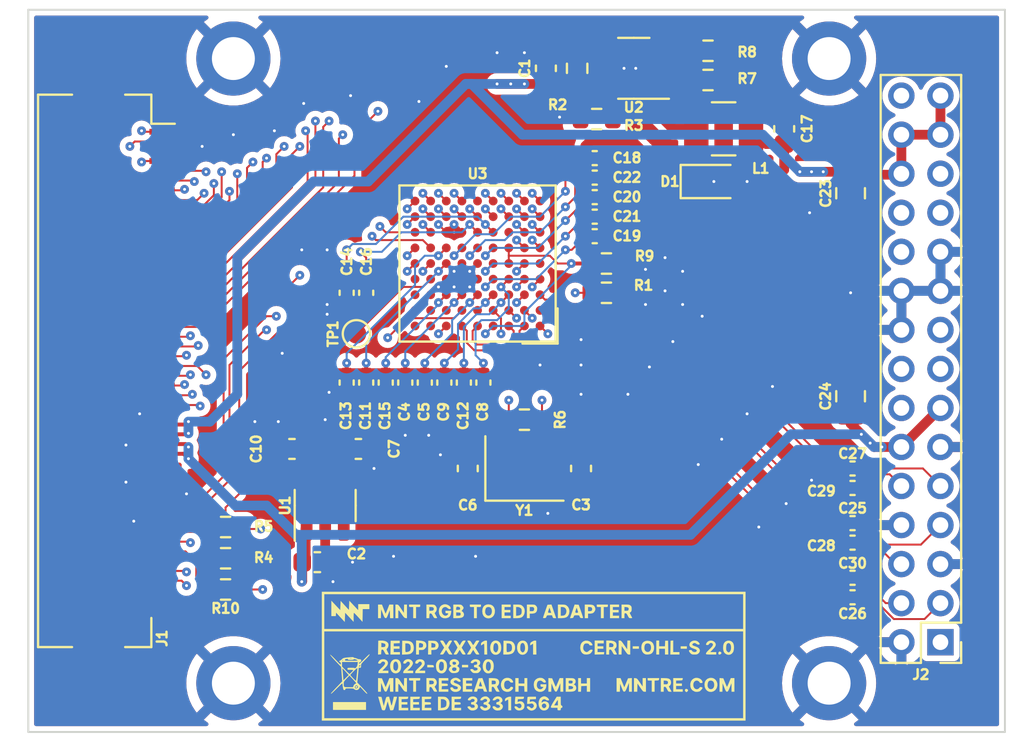
<source format=kicad_pcb>
(kicad_pcb (version 20211014) (generator pcbnew)
  (layers (0 "F.Cu" signal) (1 "In1.Cu" signal) (2 "In2.Cu" signal) (31 "B.Cu" signal) (34 "B.Paste" user) (35 "F.Paste" user) (36 "B.SilkS" user "B.Silkscreen") (37 "F.SilkS" user "F.Silkscreen") (38 "B.Mask" user) (39 "F.Mask" user) (44 "Edge.Cuts" user))
  (net 0 "")
  (net 1 "+5V")
  (net 2 "GND")
  (net 3 "+3V3")
  (net 4 "Net-(C3-Pad1)")
  (net 5 "+2V5")
  (net 6 "Net-(C6-Pad1)")
  (net 7 "Net-(C7-Pad2)")
  (net 8 "+1V2")
  (net 9 "Net-(D1-Pad1)")
  (net 10 "DISP2_HS")
  (net 11 "DISP2_VS")
  (net 12 "DISP2_REFCLK")
  (net 13 "DISP2_DE")
  (net 14 "DISP2_PCLK")
  (net 15 "DISP2_RGB0")
  (net 16 "DISP2_RGB1")
  (net 17 "DISP2_RGB2")
  (net 18 "DISP2_RGB3")
  (net 19 "DISP2_RGB4")
  (net 20 "DISP2_RGB5")
  (net 21 "DISP2_RGB6")
  (net 22 "DISP2_RGB7")
  (net 23 "DISP2_RGB8")
  (net 24 "DISP2_RGB9")
  (net 25 "DISP2_RGB10")
  (net 26 "DISP2_RGB11")
  (net 27 "DISP2_RGB12")
  (net 28 "DISP2_RGB13")
  (net 29 "DISP2_RGB14")
  (net 30 "DISP2_RGB15")
  (net 31 "DISP2_RGB16")
  (net 32 "DISP2_RGB17")
  (net 33 "DISP2_RGB18")
  (net 34 "DISP2_RGB19")
  (net 35 "DISP2_RGB20")
  (net 36 "DISP2_RGB21")
  (net 37 "DISP2_RGB22")
  (net 38 "DISP2_RGB23")
  (net 39 "+1V8")
  (net 41 "DISP2_SCL")
  (net 42 "DISP2_SDA")
  (net 43 "DISP2_GPIO0")
  (net 44 "DISP2_GPIO1")
  (net 45 "DISP2_GPIO2")
  (net 46 "DISP2_GPIO3")
  (net 47 "DISP2_GPIO4")
  (net 48 "DISP2_GPIO5")
  (net 50 "EDP_TX1_DN")
  (net 51 "EDP_TX1_DP")
  (net 52 "EDP_TX0_DN")
  (net 53 "EDP_TX0_DP")
  (net 54 "EDP_AUX_DP")
  (net 55 "EDP_AUX_DN")
  (net 56 "/EDP_LCD_TEST")
  (net 62 "Net-(R1-Pad1)")
  (net 63 "Net-(R2-Pad2)")
  (net 64 "Net-(R4-Pad2)")
  (net 65 "Net-(R5-Pad2)")
  (net 66 "Net-(R7-Pad2)")
  (net 67 "Net-(R9-Pad1)")
  (net 68 "Net-(TP1-Pad1)")
  (net 81 "/EDP_TX0_CAP_DP")
  (net 82 "/EDP_TX1_CAP_DN")
  (net 83 "/EDP_AUX_CAP_DP")
  (net 84 "/EDP_TX0_CAP_DN")
  (net 85 "/EDP_AUX_CAP_DN")
  (net 86 "/EDP_TX1_CAP_DP")
  (net 87 "/EDP_HPD")
  (footprint "Capacitor_SMD:C_0402_1005Metric" (layer "F.Cu") (at 117.3 101.6 -90)
    (fp_text reference "C13")
    (fp_text value "0.1uF")
  )
  (footprint "Capacitor_SMD:C_0402_1005Metric" (layer "F.Cu") (at 130 92.1)
    (fp_text reference "C20")
    (fp_text value "0.1uF")
  )
  (footprint "Capacitor_SMD:C_0603_1608Metric" (layer "F.Cu") (at 114.5 105)
    (fp_text reference "C10")
    (fp_text value "4.7uF")
  )
  (footprint "MountingHole:MountingHole_2.2mm_M2_DIN965_Pad" (layer "F.Cu") (at 142 85)
    (fp_text reference "H3" hide)
    (fp_text value "MountingHole_Pad")
  )
  (footprint "Capacitor_SMD:C_0603_1608Metric" (layer "F.Cu") (at 115.8 110.8 180)
    (fp_text reference "C2")
    (fp_text value "4.7uF")
  )
  (footprint "Capacitor_SMD:C_0402_1005Metric" (layer "F.Cu") (at 143.2 108.8)
    (fp_text reference "C25")
    (fp_text value "0.1uF")
  )
  (footprint "Capacitor_SMD:C_0402_1005Metric" (layer "F.Cu") (at 143.2 109.8 180)
    (fp_text reference "C28")
    (fp_text value "0.1uF")
  )
  (footprint "Connector_PinHeader_2.00mm:PinHeader_2x15_P2.00mm_Vertical" (layer "F.Cu") (at 147.7 114.9 180)
    (fp_text reference "J2")
    (fp_text value "~")
  )
  (footprint "Capacitor_SMD:C_0402_1005Metric" (layer "F.Cu") (at 143.2 107 180)
    (fp_text reference "C29")
    (fp_text value "0.1uF")
  )
  (footprint "Capacitor_SMD:C_0402_1005Metric" (layer "F.Cu") (at 122.3 101.6 -90)
    (fp_text reference "C9")
    (fp_text value "0.1uF")
  )
  (footprint "Capacitor_SMD:C_0402_1005Metric" (layer "F.Cu") (at 143.2 112.6)
    (fp_text reference "C26")
    (fp_text value "0.1uF")
  )
  (footprint "Capacitor_SMD:C_0402_1005Metric" (layer "F.Cu") (at 130 93.1)
    (fp_text reference "C21")
    (fp_text value "0.1uF")
  )
  (footprint "Capacitor_SMD:C_0603_1608Metric" (layer "F.Cu") (at 139.7 88.6 90)
    (fp_text reference "C17")
    (fp_text value "10uF")
  )
  (footprint "footprints:BGA-ANX-81" (layer "F.Cu") (at 124 95.5 180)
    (fp_text reference "U3")
    (fp_text value "ANX9807")
  )
  (footprint "Capacitor_SMD:C_0603_1608Metric" (layer "F.Cu") (at 129.3 106 -90)
    (fp_text reference "C3")
    (fp_text value "18pF")
  )
  (footprint "Capacitor_SMD:C_0402_1005Metric" (layer "F.Cu") (at 123.3 101.6 -90)
    (fp_text reference "C12")
    (fp_text value "0.1uF")
  )
  (footprint "Resistor_SMD:R_0603_1608Metric" (layer "F.Cu") (at 130.6 95.5)
    (fp_text reference "R9")
    (fp_text value "0")
  )
  (footprint "Capacitor_SMD:C_0402_1005Metric" (layer "F.Cu") (at 130 91.1)
    (fp_text reference "C22")
    (fp_text value "0.1uF")
  )
  (footprint "Resistor_SMD:R_0603_1608Metric" (layer "F.Cu") (at 111.1 109)
    (fp_text reference "R5")
    (fp_text value "0")
  )
  (footprint "TestPoint:TestPoint_Pad_D1.0mm" (layer "F.Cu") (at 117.8 99.1)
    (fp_text reference "TP1")
    (fp_text value "TestPoint")
  )
  (footprint "Diode_SMD:D_SOD-323" (layer "F.Cu") (at 135.9 91.3)
    (fp_text reference "D1")
    (fp_text value "PMEG1020EA,115")
  )
  (footprint "Capacitor_SMD:C_0402_1005Metric" (layer "F.Cu") (at 130 94.1)
    (fp_text reference "C19")
    (fp_text value "0.1uF")
  )
  (footprint "Capacitor_SMD:C_0805_2012Metric" (layer "F.Cu") (at 143.1 102.3 90)
    (fp_text reference "C24")
    (fp_text value "47uF")
  )
  (footprint "Resistor_SMD:R_0603_1608Metric" (layer "F.Cu") (at 111.1 112.2)
    (fp_text reference "R10")
    (fp_text value "0")
  )
  (footprint "Capacitor_SMD:C_0402_1005Metric" (layer "F.Cu") (at 143.2 106)
    (fp_text reference "C27")
    (fp_text value "0.1uF")
  )
  (footprint "Capacitor_SMD:C_0603_1608Metric" (layer "F.Cu") (at 123.5 106 90)
    (fp_text reference "C6")
    (fp_text value "18pF")
  )
  (footprint "Capacitor_SMD:C_0402_1005Metric" (layer "F.Cu") (at 118.3 101.6 -90)
    (fp_text reference "C11")
    (fp_text value "0.1uF")
  )
  (footprint "Capacitor_SMD:C_0402_1005Metric" (layer "F.Cu") (at 130 90.1)
    (fp_text reference "C18")
    (fp_text value "0.1uF")
  )
  (footprint "Capacitor_SMD:C_0402_1005Metric" (layer "F.Cu") (at 121.3 101.6 -90)
    (fp_text reference "C5")
    (fp_text value "0.1uF")
  )
  (footprint "Resistor_SMD:R_0603_1608Metric" (layer "F.Cu") (at 135.8 86.1 180)
    (fp_text reference "R7")
    (fp_text value "???")
  )
  (footprint "MountingHole:MountingHole_2.2mm_M2_DIN965_Pad" (layer "F.Cu") (at 111.5 117)
    (fp_text reference "H2" hide)
    (fp_text value "MountingHole_Pad")
  )
  (footprint "Resistor_SMD:R_0603_1608Metric" (layer "F.Cu") (at 129.1 85.5 -90)
    (fp_text reference "R2")
    (fp_text value "0")
  )
  (footprint "Resistor_SMD:R_0603_1608Metric" (layer "F.Cu") (at 135.8 84.6)
    (fp_text reference "R8")
    (fp_text value "10k")
  )
  (footprint "Capacitor_SMD:C_0402_1005Metric" (layer "F.Cu") (at 120.3 101.6 -90)
    (fp_text reference "C4")
    (fp_text value "0.1uF")
  )
  (footprint "Connector_FFC-FPC:Hirose_FH12-50S-0.5SH_1x50-1MP_P0.50mm_Horizontal" (layer "F.Cu") (at 106 101 -90)
    (fp_text reference "J1")
    (fp_text value "Conn_01x50")
  )
  (footprint "MountingHole:MountingHole_2.2mm_M2_DIN965_Pad" (layer "F.Cu") (at 111.5 85)
    (fp_text reference "H1" hide)
    (fp_text value "MountingHole_Pad")
  )
  (footprint "Resistor_SMD:R_0603_1608Metric" (layer "F.Cu") (at 130.1 88.1 180)
    (fp_text reference "R3")
    (fp_text value "100k")
  )
  (footprint "Crystal:Crystal_SMD_3225-4Pin_3.2x2.5mm" (layer "F.Cu") (at 126.4 106)
    (fp_text reference "Y1")
    (fp_text value "27MHz")
  )
  (footprint "Package_TO_SOT_SMD:SOT-23-5" (layer "F.Cu") (at 132 85.5 180)
    (fp_text reference "U2")
    (fp_text value "LM2830XQMFE/NOPB")
  )
  (footprint "Resistor_SMD:R_0603_1608Metric" (layer "F.Cu") (at 126.4 103.5 180)
    (fp_text reference "R6")
    (fp_text value "1M")
  )
  (footprint "Capacitor_SMD:C_0603_1608Metric" (layer "F.Cu") (at 127.5 85.5 90)
    (fp_text reference "C1")
    (fp_text value "10uF")
  )
  (footprint "Capacitor_SMD:C_0805_2012Metric" (layer "F.Cu") (at 143.1 91.9 -90)
    (fp_text reference "C23")
    (fp_text value "47uF")
  )
  (footprint "Resistor_SMD:R_0603_1608Metric" (layer "F.Cu") (at 130.6 97)
    (fp_text reference "R1")
    (fp_text value "12k 1%")
  )
  (footprint "Capacitor_SMD:C_0402_1005Metric" (layer "F.Cu") (at 124.3 101.6 -90)
    (fp_text reference "C8")
    (fp_text value "0.1uF")
  )
  (footprint "Capacitor_SMD:C_0402_1005Metric" (layer "F.Cu") (at 119.3 101.6 -90)
    (fp_text reference "C15")
    (fp_text value "0.1uF")
  )
  (footprint "Capacitor_SMD:C_0402_1005Metric" (layer "F.Cu") (at 143.2 111.6 180)
    (fp_text reference "C30")
    (fp_text value "0.1uF")
  )
  (footprint "MountingHole:MountingHole_2.2mm_M2_DIN965_Pad" (layer "F.Cu") (at 142 117)
    (fp_text reference "H4" hide)
    (fp_text value "MountingHole_Pad")
  )
  (footprint "Capacitor_SMD:C_0603_1608Metric" (layer "F.Cu") (at 117.9 105 180)
    (fp_text reference "C7")
    (fp_text value "10nF")
  )
  (footprint "Inductor_SMD:L_1210_3225Metric" (layer "F.Cu") (at 136.6 88.6)
    (fp_text reference "L1")
    (fp_text value "3.3uH")
  )
  (footprint "Capacitor_SMD:C_0402_1005Metric" (layer "F.Cu") (at 118.3 97 -90)
    (fp_text reference "C16")
    (fp_text value "0.1uF")
  )
  (footprint "Package_TO_SOT_SMD:SOT-23-5" (layer "F.Cu") (at 116.2 107.9 90)
    (fp_text reference "U1")
    (fp_text value "LP2985A-25DBVT")
  )
  (footprint "Capacitor_SMD:C_0402_1005Metric" (layer "F.Cu") (at 117.3 97 -90)
    (fp_text reference "C14")
    (fp_text value "0.1uF")
  )
  (footprint "footprints:mnt-rgb-edp-badge" (layer "F.Cu") (at 126.864777 115.617666)
    (fp_text reference "H5" hide)
    (fp_text value "Badge" hide)
  )
  (footprint "Resistor_SMD:R_0603_1608Metric" (layer "F.Cu") (at 111.1 110.6)
    (fp_text reference "R4")
    (fp_text value "0")
  )
  (gr_line (start 151 82.5) (end 151 119.5) (layer "Edge.Cuts") (width 0.1))
  (gr_line (start 101 119.5) (end 101 82.5) (layer "Edge.Cuts") (width 0.1))
  (gr_line (start 151 119.5) (end 101 119.5) (layer "Edge.Cuts") (width 0.1))
  (gr_line (start 101 82.5) (end 151 82.5) (layer "Edge.Cuts") (width 0.1))
  (segment (start 127.5 86.275) (end 129.1 84.675) (width 0.5) (layer "F.Cu") (net 1))
  (segment (start 125 86.3) (end 125.7 86.3) (width 0.5) (layer "F.Cu") (net 1))
  (segment (start 143.1 90.95) (end 145.65 90.95) (width 0.5) (layer "F.Cu") (net 1))
  (segment (start 140.5 90.8) (end 142.95 90.8) (width 0.5) (layer "F.Cu") (net 1))
  (segment (start 126.4 86.3) (end 127.475 86.3) (width 0.5) (layer "F.Cu") (net 1))
  (segment (start 145.65 90.95) (end 145.7 90.9) (width 0.5) (layer "F.Cu") (net 1))
  (segment (start 147.7 88.9) (end 147.7 86.9) (width 0.5) (layer "F.Cu") (net 1))
  (segment (start 109.15 104.25) (end 109.2 104.2) (width 0.2) (layer "F.Cu") (net 1))
  (segment (start 141.1 90.8) (end 140.5 90.8) (width 0.5) (layer "F.Cu") (net 1))
  (segment (start 107.85 104.25) (end 109.15 104.25) (width 0.2) (layer "F.Cu") (net 1))
  (segment (start 145.7 88.9) (end 147.7 88.9) (width 0.5) (layer "F.Cu") (net 1))
  (segment (start 142.95 90.8) (end 143.1 90.95) (width 0.5) (layer "F.Cu") (net 1))
  (segment (start 145.7 90.9) (end 145.7 88.9) (width 0.5) (layer "F.Cu") (net 1))
  (segment (start 125.7 86.3) (end 126.4 86.3) (width 0.5) (layer "F.Cu") (net 1))
  (segment (start 109.05 103.75) (end 109.2 103.6) (width 0.2) (layer "F.Cu") (net 1))
  (segment (start 127.475 86.3) (end 127.5 86.275) (width 0.5) (layer "F.Cu") (net 1))
  (segment (start 107.85 103.75) (end 109.05 103.75) (width 0.2) (layer "F.Cu") (net 1))
  (via (at 141.7 90.8) (size 0.45) (drill 0.15) (layers "F.Cu" "B.Cu") (net 1))
  (via (at 109.2 104.2) (size 0.45) (drill 0.15) (layers "F.Cu" "B.Cu") (net 1))
  (via (at 125.7 86.3) (size 0.45) (drill 0.15) (layers "F.Cu" "B.Cu") (net 1))
  (via (at 109.2 103.6) (size 0.45) (drill 0.15) (layers "F.Cu" "B.Cu") (net 1))
  (via (at 126.4 86.3) (size 0.45) (drill 0.15) (layers "F.Cu" "B.Cu") (net 1))
  (via (at 140.5 90.8) (size 0.45) (drill 0.15) (layers "F.Cu" "B.Cu") (net 1))
  (via (at 125 86.3) (size 0.45) (drill 0.15) (layers "F.Cu" "B.Cu") (net 1))
  (via (at 141.1 90.8) (size 0.45) (drill 0.15) (layers "F.Cu" "B.Cu") (net 1))
  (segment (start 123.7 86.3) (end 125.4 88) (width 0.5) (layer "B.Cu") (net 1))
  (segment (start 125.4 88) (end 126.3 88.9) (width 0.5) (layer "B.Cu") (net 1))
  (segment (start 111.7 95.2) (end 111.7 102.2) (width 0.5) (layer "B.Cu") (net 1))
  (segment (start 138.6 88.9) (end 140.5 90.8) (width 0.5) (layer "B.Cu") (net 1))
  (segment (start 141.7 90.8) (end 140.5 90.8) (width 0.5) (layer "B.Cu") (net 1))
  (segment (start 118.4 91.3) (end 115.6 91.3) (width 0.5) (layer "B.Cu") (net 1))
  (segment (start 126.3 88.9) (end 138.3 88.9) (width 0.5) (layer "B.Cu") (net 1))
  (segment (start 115.6 91.3) (end 111.7 95.2) (width 0.5) (layer "B.Cu") (net 1))
  (segment (start 110.3 103.6) (end 109.2 103.6) (width 0.5) (layer "B.Cu") (net 1))
  (segment (start 123.4 86.3) (end 123.7 86.3) (width 0.5) (layer "B.Cu") (net 1))
  (segment (start 138.3 88.9) (end 138.6 88.9) (width 0.5) (layer "B.Cu") (net 1))
  (segment (start 111.7 102.2) (end 110.3 103.6) (width 0.5) (layer "B.Cu") (net 1))
  (segment (start 123.4 86.3) (end 118.4 91.3) (width 0.5) (layer "B.Cu") (net 1))
  (segment (start 126.4 86.3) (end 123.4 86.3) (width 0.5) (layer "B.Cu") (net 1))
  (segment (start 109.2 104.2) (end 109.2 103.6) (width 0.5) (layer "B.Cu") (net 1))
  (segment (start 116.42 97.48) (end 116.3 97.6) (width 0.5) (layer "F.Cu") (net 2))
  (segment (start 117.3 97.48) (end 116.42 97.48) (width 0.5) (layer "F.Cu") (net 2))
  (segment (start 116.4 102.1) (end 116.42 102.08) (width 0.5) (layer "F.Cu") (net 2))
  (segment (start 136.95 91.3) (end 137.8 91.3) (width 0.5) (layer "F.Cu") (net 2))
  (segment (start 127.5 84.725) (end 126.425 84.725) (width 0.5) (layer "F.Cu") (net 2))
  (segment (start 136.95 91.3) (end 136.1 91.3) (width 0.5) (layer "F.Cu") (net 2))
  (segment (start 117.3 102.08) (end 124.3 102.08) (width 0.5) (layer "F.Cu") (net 2))
  (segment (start 107.85 103.25) (end 106.75 103.25) (width 0.1) (layer "F.Cu") (net 2))
  (segment (start 106.75 103.25) (end 106.7 103.2) (width 0.1) (layer "F.Cu") (net 2))
  (segment (start 106 106.7) (end 106.05 106.75) (width 0.1) (layer "F.Cu") (net 2))
  (segment (start 116.575 110.8) (end 117.6 110.8) (width 0.5) (layer "F.Cu") (net 2))
  (segment (start 106.05 106.75) (end 107.85 106.75) (width 0.1) (layer "F.Cu") (net 2))
  (segment (start 129.275 88.1) (end 128.3 88.1) (width 0.5) (layer "F.Cu") (net 2))
  (segment (start 123.2 95.5) (end 122.8 95.9) (width 0.1) (layer "F.Cu") (net 2))
  (segment (start 116.575 111.775) (end 116.6 111.8) (width 0.5) (layer "F.Cu") (net 2))
  (segment (start 123.2 96.3) (end 122.8 96.7) (width 0.1) (layer "F.Cu") (net 2))
  (segment (start 107.85 107.25) (end 109.05 107.25) (width 0.1) (layer "F.Cu") (net 2))
  (segment (start 123.2 93.9) (end 122.8 93.5) (width 0.1) (layer "F.Cu") (net 2))
  (segment (start 130.48 94.1) (end 130.48 90.1) (width 0.5) (layer "F.Cu") (net 2))
  (segment (start 122.4 93.9) (end 122 93.5) (width 0.1) (layer "F.Cu") (net 2))
  (segment (start 116.42 102.08) (end 117.3 102.08) (width 0.5) (layer "F.Cu") (net 2))
  (segment (start 118.3 97.48) (end 117.3 97.48) (width 0.5) (layer "F.Cu") (net 2))
  (segment (start 124 96.3) (end 123.6 96.7) (width 0.1) (layer "F.Cu") (net 2))
  (segment (start 116.2 109.0375) (end 116.2 110.425) (width 0.5) (layer "F.Cu") (net 2))
  (segment (start 116.575 110.8) (end 116.575 111.775) (width 0.5) (layer "F.Cu") (net 2))
  (segment (start 109.05 107.25) (end 109.1 107.3) (width 0.1) (layer "F.Cu") (net 2))
  (segment (start 124 95.5) (end 123.6 95.9) (width 0.1) (layer "F.Cu") (net 2))
  (segment (start 118.675 105.975) (end 118.7 106) (width 0.5) (layer "F.Cu") (net 2))
  (segment (start 128.3 88.1) (end 128.2 88) (width 0.5) (layer "F.Cu") (net 2))
  (segment (start 116.2 110.425) (end 116.575 110.8) (width 0.5) (layer "F.Cu") (net 2))
  (segment (start 126.425 84.725) (end 126.4 84.7) (width 0.5) (layer "F.Cu") (net 2))
  (segment (start 118.675 105) (end 118.675 105.975) (width 0.5) (layer "F.Cu") (net 2))
  (segment (start 133.1375 85.5) (end 132.1 85.5) (width 0.5) (layer "F.Cu") (net 2))
  (segment (start 122.4 96.3) (end 122 96.7) (width 0.1) (layer "F.Cu") (net 2))
  (via (at 116.3 94.8) (size 0.45) (drill 0.15) (layers "F.Cu" "B.Cu") (net 2))
  (via (at 123.6 96.7) (size 0.45) (drill 0.15) (layers "F.Cu" "B.Cu") (net 2))
  (via (at 106 104.8) (size 0.45) (drill 0.15) (layers "F.Cu" "B.Cu") (net 2))
  (via (at 122.8 93.5) (size 0.45) (drill 0.15) (layers "F.Cu" "B.Cu") (net 2))
  (via (at 116.3 97.6) (size 0.45) (drill 0.15) (layers "F.Cu" "B.Cu") (net 2))
  (via (at 139.1 101.8) (size 0.45) (drill 0.15) (layers "F.Cu" "B.Cu") (net 2))
  (via (at 122.8 95.9) (size 0.45) (drill 0.15) (layers "F.Cu" "B.Cu") (net 2))
  (via (at 139.8 107.8) (size 0.45) (drill 0.15) (layers "F.Cu" "B.Cu") (net 2))
  (via (at 116.6 111.8) (size 0.45) (drill 0.15) (layers "F.Cu" "B.Cu") (net 2))
  (via (at 128.2 88) (size 0.45) (drill 0.15) (layers "F.Cu" "B.Cu") (net 2))
  (via (at 117.5 86.9) (size 0.45) (drill 0.15) (layers "F.Cu" "B.Cu") (net 2))
  (via (at 143.1 97) (size 0.45) (drill 0.15) (layers "F.Cu" "B.Cu") (net 2))
  (via (at 129.3 102.2) (size 0.45) (drill 0.15) (layers "F.Cu" "B.Cu") (net 2))
  (via (at 125 84.7) (size 0.45) (drill 0.15) (layers "F.Cu" "B.Cu") (net 2))
  (via (at 133.6 96.9) (size 0.45) (drill 0.15) (layers "F.Cu" "B.Cu") (net 2))
  (via (at 136.1 91.3) (size 0.45) (drill 0.15) (layers "F.Cu" "B.Cu") (net 2))
  (via (at 115 94.8) (size 0.45) (drill 0.15) (layers "F.Cu" "B.Cu") (net 2))
  (via (at 122 96.7) (size 0.45) (drill 0.15) (layers "F.Cu" "B.Cu") (net 2))
  (via (at 134.5 97.6) (size 0.45) (drill 0.15) (layers "F.Cu" "B.Cu") (net 2))
  (via (at 116.4 102.1) (size 0.45) (drill 0.15) (layers "F.Cu" "B.Cu") (net 2))
  (via (at 120.3 104.3) (size 0.45) (drill 0.15) (layers "F.Cu" "B.Cu") (net 2))
  (via (at 117.6 110.8) (size 0.45) (drill 0.15) (layers "F.Cu" "B.Cu") (net 2))
  (via (at 113.6 88.7) (size 0.45) (drill 0.15) (layers "F.Cu" "B.Cu") (net 2))
  (via (at 135.3 105.8) (size 0.45) (drill 0.15) (layers "F.Cu" "B.Cu") (net 2))
  (via (at 121 87.2) (size 0.45) (drill 0.15) (layers "F.Cu" "B.Cu") (net 2))
  (via (at 131.5 85.5) (size 0.45) (drill 0.15) (layers "F.Cu" "B.Cu") (net 2))
  (via (at 132.1 85.5) (size 0.45) (drill 0.15) (layers "F.Cu" "B.Cu") (net 2))
  (via (at 138.4 109) (size 0.45) (drill 0.15) (layers "F.Cu" "B.Cu") (net 2))
  (via (at 122 93.5) (size 0.45) (drill 0.15) (layers "F.Cu" "B.Cu") (net 2))
  (via (at 137.8 91.3) (size 0.45) (drill 0.15) (layers "F.Cu" "B.Cu") (net 2))
  (via (at 134 99.5) (size 0.45) (drill 0.15) (layers "F.Cu" "B.Cu") (net 2))
  (via (at 115.1 87.3) (size 0.45) (drill 0.15) (layers "F.Cu" "B.Cu") (net 2))
  (via (at 129.3 100.7) (size 0.45) (drill 0.15) (layers "F.Cu" "B.Cu") (net 2))
  (via (at 134.5 95.9) (size 0.45) (drill 0.15) (layers "F.Cu" "B.Cu") (net 2))
  (via (at 123.6 95.9) (size 0.45) (drill 0.15) (layers "F.Cu" "B.Cu") (net 2))
  (via (at 106.7 103.2) (size 0.45) (drill 0.15) (layers "F.Cu" "B.Cu") (net 2))
  (via (at 122.8 96.7) (size 0.45) (drill 0.15) (layers "F.Cu" "B.Cu") (net 2))
  (via (at 114 100.1) (size 0.45) (drill 0.15) (layers "F.Cu" "B.Cu") (net 2))
  (via (at 141 92.9) (size 0.45) (drill 0.15) (layers "F.Cu" "B.Cu") (net 2))
  (via (at 121.5 104.3) (size 0.45) (drill 0.15) (layers "F.Cu" "B.Cu") (net 2))
  (via (at 118.7 106) (size 0.45) (drill 0.15) (layers "F.Cu" "B.Cu") (net 2))
  (via (at 137.8 103.2) (size 0.45) (drill 0.15) (layers "F.Cu" "B.Cu") (net 2))
  (via (at 136.5 104.5) (size 0.45) (drill 0.15) (layers "F.Cu" "B.Cu") (net 2))
  (via (at 132.8 100.8) (size 0.45) (drill 0.15) (layers "F.Cu" "B.Cu") (net 2))
  (via (at 129.3 99.4) (size 0.45) (drill 0.15) (layers "F.Cu" "B.Cu") (net 2))
  (via (at 122.1 105.3) (size 0.45) (drill 0.15) (layers "F.Cu" "B.Cu") (net 2))
  (via (at 127.6 108.3) (size 0.45) (drill 0.15) (layers "F.Cu" "B.Cu") (net 2))
  (via (at 133.6 95.2) (size 0.45) (drill 0.15) (layers "F.Cu" "B.Cu") (net 2))
  (via (at 132.6 97.6) (size 0.45) (drill 0.15) (layers "F.Cu" "B.Cu") (net 2))
  (via (at 141.1 106.6) (size 0.45) (drill 0.15) (layers "F.Cu" "B.Cu") (net 2))
  (via (at 116.2 103.5) (size 0.45) (drill 0.15) (layers "F.Cu" "B.Cu") (net 2))
  (via (at 123.9 110.5) (size 0.45) (drill 0.15) (layers "F.Cu" "B.Cu") (net 2))
  (via (at 131.7 102.2) (size 0.45) (drill 0.15) (layers "F.Cu" "B.Cu") (net 2))
  (via (at 106.4 108.7) (size 0.45) (drill 0.15) (layers "F.Cu" "B.Cu") (net 2))
  (via (at 116.3 98.1) (size 0.45) (drill 0.15) (layers "F.Cu" "B.Cu") (net 2))
  (via (at 106 106.7) (size 0.45) (drill 0.15) (layers "F.Cu" "B.Cu") (net 2))
  (via (at 127.2 100.7) (size 0.45) (drill 0.15) (layers "F.Cu" "B.Cu") (net 2))
  (via (at 112.6 103.6) (size 0.45) (drill 0.15) (layers "F.Cu" "B.Cu") (net 2))
  (via (at 135.5 98.2) (size 0.45) (drill 0.15) (layers "F.Cu" "B.Cu") (net 2))
  (via (at 111.5 88.9) (size 0.45) (drill 0.15) (layers "F.Cu" "B.Cu") (net 2))
  (via (at 119.7 110.5) (size 0.45) (drill 0.15) (layers "F.Cu" "B.Cu") (net 2))
  (via (at 113.8 103.6) (size 0.45) (drill 0.15) (layers "F.Cu" "B.Cu") (net 2))
  (via (at 109.9 89.5) (size 0.45) (drill 0.15) (layers "F.Cu" "B.Cu") (net 2))
  (via (at 109.1 107.3) (size 0.45) (drill 0.15) (layers "F.Cu" "B.Cu") (net 2))
  (via (at 132.6 95.8) (size 0.45) (drill 0.15) (layers "F.Cu" "B.Cu") (net 2))
  (via (at 126.4 84.7) (size 0.45) (drill 0.15) (layers "F.Cu" "B.Cu") (net 2))
  (via (at 122.4 85.4) (size 0.45) (drill 0.15) (layers "F.Cu" "B.Cu") (net 2))
  (segment (start 132.1 85.5) (end 131.5 85.5) (width 0.5) (layer "B.Cu") (net 2))
  (segment (start 116.3 97.6) (end 116.3 98.1) (width 0.5) (layer "B.Cu") (net 2))
  (segment (start 116.3 102) (end 116.4 102.1) (width 0.5) (layer "B.Cu") (net 2))
  (segment (start 116.3 98.1) (end 116.3 102) (width 0.5) (layer "B.Cu") (net 2))
  (segment (start 115.25 109.0375) (end 115.25 108.25) (width 0.5) (layer "F.Cu") (net 3))
  (segment (start 109.2 105.5) (end 108.95 105.25) (width 0.2) (layer "F.Cu") (net 3))
  (segment (start 144.3 104.9) (end 144.7 104.9) (width 0.5) (layer "F.Cu") (net 3))
  (segment (start 115.2 109.0875) (end 115.25 109.0375) (width 0.5) (layer "F.Cu") (net 3))
  (segment (start 117.15 108.15) (end 117.15 109.0375) (width 0.5) (layer "F.Cu") (net 3))
  (segment (start 143.65 104.25) (end 144.1 104.7) (width 0.5) (layer "F.Cu") (net 3))
  (segment (start 115.025 111.775) (end 115 111.8) (width 0.5) (layer "F.Cu") (net 3))
  (segment (start 115.2 110.625) (end 115.2 109.0875) (width 0.5) (layer "F.Cu") (net 3))
  (segment (start 143.1 103.25) (end 143.1 103.7) (width 0.5) (layer "F.Cu") (net 3))
  (segment (start 115.025 110.8) (end 115.2 110.625) (width 0.5) (layer "F.Cu") (net 3))
  (segment (start 109.2 104.9) (end 109.05 104.75) (width 0.2) (layer "F.Cu") (net 3))
  (segment (start 109.05 104.75) (end 107.85 104.75) (width 0.2) (layer "F.Cu") (net 3))
  (segment (start 143.1 103.7) (end 143.65 104.25) (width 0.5) (layer "F.Cu") (net 3))
  (segment (start 145.7 104.9) (end 147.7 102.9) (width 0.5) (layer "F.Cu") (net 3))
  (segment (start 144.1 104.7) (end 144.3 104.9) (width 0.5) (layer "F.Cu") (net 3))
  (segment (start 115.6 107.9) (end 116.9 107.9) (width 0.5) (layer "F.Cu") (net 3))
  (segment (start 144.7 104.9) (end 145.7 104.9) (width 0.5) (layer "F.Cu") (net 3))
  (segment (start 115.025 110.8) (end 115.025 111.775) (width 0.5) (layer "F.Cu") (net 3))
  (segment (start 115.25 108.25) (end 115.6 107.9) (width 0.5) (layer "F.Cu") (net 3))
  (segment (start 108.95 105.25) (end 107.85 105.25) (width 0.2) (layer "F.Cu") (net 3))
  (segment (start 116.9 107.9) (end 117.15 108.15) (width 0.5) (layer "F.Cu") (net 3))
  (via (at 144.1 104.7) (size 0.45) (drill 0.15) (layers "F.Cu" "B.Cu") (net 3))
  (via (at 143.65 104.25) (size 0.45) (drill 0.15) (layers "F.Cu" "B.Cu") (net 3))
  (via (at 115 111.8) (size 0.45) (drill 0.15) (layers "F.Cu" "B.Cu") (net 3))
  (via (at 109.2 104.9) (size 0.45) (drill 0.15) (layers "F.Cu" "B.Cu") (net 3))
  (via (at 144.7 104.9) (size 0.45) (drill 0.15) (layers "F.Cu" "B.Cu") (net 3))
  (via (at 109.2 105.5) (size 0.45) (drill 0.15) (layers "F.Cu" "B.Cu") (net 3))
  (segment (start 114.75 109.45) (end 115 109.7) (width 0.5) (layer "B.Cu") (net 3))
  (segment (start 115 109.7) (end 115 111.8) (width 0.5) (layer "B.Cu") (net 3))
  (segment (start 134.9 109.4) (end 140.05 104.25) (width 0.5) (layer "B.Cu") (net 3))
  (segment (start 143.65 104.25) (end 144.1 104.7) (width 0.5) (layer "B.Cu") (net 3))
  (segment (start 144.1 104.7) (end 144.3 104.9) (width 0.5) (layer "B.Cu") (net 3))
  (segment (start 113.2 107.9) (end 114.75 109.45) (width 0.5) (layer "B.Cu") (net 3))
  (segment (start 144.3 104.9) (end 144.7 104.9) (width 0.5) (layer "B.Cu") (net 3))
  (segment (start 110.1 106.4) (end 111.6 107.9) (width 0.5) (layer "B.Cu") (net 3))
  (segment (start 109.2 105.5) (end 110.1 106.4) (width 0.5) (layer "B.Cu") (net 3))
  (segment (start 111.6 107.9) (end 113.2 107.9) (width 0.5) (layer "B.Cu") (net 3))
  (segment (start 140.05 104.25) (end 143.65 104.25) (width 0.5) (layer "B.Cu") (net 3))
  (segment (start 114.8 109.4) (end 134.9 109.4) (width 0.5) (layer "B.Cu") (net 3))
  (segment (start 109.2 104.9) (end 109.2 105.5) (width 0.5) (layer "B.Cu") (net 3))
  (segment (start 114.75 109.45) (end 114.8 109.4) (width 0.5) (layer "B.Cu") (net 3))
  (segment (start 127.5 105.15) (end 129.225 105.15) (width 0.1) (layer "F.Cu") (net 4))
  (segment (start 129.225 105.15) (end 129.3 105.225) (width 0.1) (layer "F.Cu") (net 4))
  (segment (start 127.3 103.425) (end 127.225 103.5) (width 0.1) (layer "F.Cu") (net 4))
  (segment (start 127.3 102.5) (end 127.3 103.425) (width 0.1) (layer "F.Cu") (net 4))
  (segment (start 127.225 103.5) (end 127.5 103.775) (width 0.1) (layer "F.Cu") (net 4))
  (segment (start 127.5 103.775) (end 127.5 105.15) (width 0.1) (layer "F.Cu") (net 4))
  (segment (start 125.6 97.9) (end 126 98.3) (width 0.1) (layer "F.Cu") (net 4))
  (via (at 126 98.3) (size 0.45) (drill 0.15) (layers "F.Cu" "B.Cu") (net 4))
  (via (at 127.3 102.5) (size 0.45) (drill 0.15) (layers "F.Cu" "B.Cu") (net 4))
  (segment (start 122.4 97.1) (end 122 97.5) (width 0.1) (layer "F.Cu") (net 5))
  (segment (start 115.25 106.7625) (end 115.25 105.025) (width 0.5) (layer "F.Cu") (net 5))
  (segment (start 117.3 101.12) (end 124.3 101.12) (width 0.5) (layer "F.Cu") (net 5))
  (segment (start 115.25 105.025) (end 115.275 105) (width 0.5) (layer "F.Cu") (net 5))
  (segment (start 124 97.1) (end 123.6 97.5) (width 0.1) (layer "F.Cu") (net 5))
  (segment (start 118 94.9) (end 118.3 95.2) (width 0.1) (layer "F.Cu") (net 5))
  (segment (start 115.3 104.975) (end 115.3 100.1) (width 0.5) (layer "F.Cu") (net 5))
  (segment (start 117.3 94.8) (end 117.3 96.52) (width 0.1) (layer "F.Cu") (net 5))
  (segment (start 116.18 96.52) (end 117.3 96.52) (width 0.5) (layer "F.Cu") (net 5))
  (segment (start 124.8 93.9) (end 124.4 93.5) (width 0.1) (layer "F.Cu") (net 5))
  (segment (start 119.3 100.6) (end 119.3 101.12) (width 0.2) (layer "F.Cu") (net 5))
  (segment (start 124 93.9) (end 123.6 93.5) (width 0.1) (layer "F.Cu") (net 5))
  (segment (start 118.3 96.52) (end 117.3 96.52) (width 0.5) (layer "F.Cu") (net 5))
  (segment (start 117.3 101.12) (end 116.32 101.12) (width 0.5) (layer "F.Cu") (net 5))
  (segment (start 124.3 101.12) (end 124.3 100.6) (width 0.2) (layer "F.Cu") (net 5))
  (segment (start 123.2 97.1) (end 122.8 97.5) (width 0.1) (layer "F.Cu") (net 5))
  (segment (start 120.3 100.6) (end 120.3 101.12) (width 0.2) (layer "F.Cu") (net 5))
  (segment (start 125.6 97.1) (end 125.2 97.5) (width 0.1) (layer "F.Cu") (net 5))
  (segment (start 118.3 100.6) (end 118.3 101.12) (width 0.2) (layer "F.Cu") (net 5))
  (segment (start 122.3 100.6) (end 122.3 101.12) (width 0.2) (layer "F.Cu") (net 5))
  (segment (start 116.32 101.12) (end 115.3 100.1) (width 0.5) (layer "F.Cu") (net 5))
  (segment (start 121.3 100.6) (end 121.3 101.12) (width 0.2) (layer "F.Cu") (net 5))
  (segment (start 115.275 105) (end 115.3 104.975) (width 0.5) (layer "F.Cu") (net 5))
  (segment (start 124.8 97.1) (end 124.4 97.5) (width 0.1) (layer "F.Cu") (net 5))
  (segment (start 122.4 94.7) (end 122 95.1) (width 0.1) (layer "F.Cu") (net 5))
  (segment (start 117.3 100.6) (end 117.3 101.12) (width 0.2) (layer "F.Cu") (net 5))
  (segment (start 118.3 95.2) (end 118.3 96.52) (width 0.1) (layer "F.Cu") (net 5))
  (segment (start 122.4 95.5) (end 122 95.9) (width 0.1) (layer "F.Cu") (net 5))
  (segment (start 123.3 101.12) (end 123.3 100.6) (width 0.2) (layer "F.Cu") (net 5))
  (segment (start 115.3 100.1) (end 115.3 97.4) (width 0.5) (layer "F.Cu") (net 5))
  (segment (start 125.6 96.3) (end 125.2 96.7) (width 0.1) (layer "F.Cu") (net 5))
  (segment (start 115.3 97.4) (end 116.18 96.52) (width 0.5) (layer "F.Cu") (net 5))
  (via (at 122 97.5) (size 0.45) (drill 0.15) (layers "F.Cu" "B.Cu") (net 5))
  (via (at 122 95.1) (size 0.45) (drill 0.15) (layers "F.Cu" "B.Cu") (net 5))
  (via (at 122 95.9) (size 0.45) (drill 0.15) (layers "F.Cu" "B.Cu") (net 5))
  (via (at 123.6 97.5) (size 0.45) (drill 0.15) (layers "F.Cu" "B.Cu") (net 5))
  (via (at 118.3 100.6) (size 0.45) (drill 0.15) (layers "F.Cu" "B.Cu") (net 5))
  (via (at 121.3 100.6) (size 0.45) (drill 0.15) (layers "F.Cu" "B.Cu") (net 5))
  (via (at 117.3 100.6) (size 0.45) (drill 0.15) (layers "F.Cu" "B.Cu") (net 5))
  (via (at 124.4 93.5) (size 0.45) (drill 0.15) (layers "F.Cu" "B.Cu") (net 5))
  (via (at 118 94.9) (size 0.45) (drill 0.15) (layers "F.Cu" "B.Cu") (net 5))
  (via (at 120.3 100.6) (size 0.45) (drill 0.15) (layers "F.Cu" "B.Cu") (net 5))
  (via (at 123.3 100.6) (size 0.45) (drill 0.15) (layers "F.Cu" "B.Cu") (net 5))
  (via (at 122.3 100.6) (size 0.45) (drill 0.15) (layers "F.Cu" "B.Cu") (net 5))
  (via (at 124.4 97.5) (size 0.45) (drill 0.15) (layers "F.Cu" "B.Cu") (net 5))
  (via (at 122.8 97.5) (size 0.45) (drill 0.15) (layers "F.Cu" "B.Cu") (net 5))
  (via (at 125.2 96.7) (size 0.45) (drill 0.15) (layers "F.Cu" "B.Cu") (net 5))
  (via (at 124.3 100.6) (size 0.45) (drill 0.15) (layers "F.Cu" "B.Cu") (net 5))
  (via (at 123.6 93.5) (size 0.45) (drill 0.15) (layers "F.Cu" "B.Cu") (net 5))
  (via (at 119.3 100.6) (size 0.45) (drill 0.15) (layers "F.Cu" "B.Cu") (net 5))
  (via (at 125.2 97.5) (size 0.45) (drill 0.15) (layers "F.Cu" "B.Cu") (net 5))
  (via (at 117.3 94.8) (size 0.45) (drill 0.15) (layers "F.Cu" "B.Cu") (net 5))
  (segment (start 123.3 100.6) (end 123.3 98.75) (width 0.1) (layer "B.Cu") (net 5))
  (segment (start 123 98.6) (end 123.8 97.8) (width 0.1) (layer "B.Cu") (net 5))
  (segment (start 125.6 97.8) (end 125.6 97.1) (width 0.1) (layer "B.Cu") (net 5))
  (segment (start 125 98.4) (end 125.6 97.8) (width 0.1) (layer "B.Cu") (net 5))
  (segment (start 121.3 100.5) (end 122.7 99.1) (width 0.1) (layer "B.Cu") (net 5))
  (segment (start 122.3 100.6) (end 123 99.9) (width 0.1) (layer "B.Cu") (net 5))
  (segment (start 117.3 100.1) (end 120.8 96.6) (width 0.1) (layer "B.Cu") (net 5))
  (segment (start 118.3 100.6) (end 118.3 99.6) (width 0.1) (layer "B.Cu") (net 5))
  (segment (start 121.3 100.6) (end 121.3 100.5) (width 0.1) (layer "B.Cu") (net 5))
  (segment (start 124.1 97.8) (end 124.4 97.5) (width 0.1) (layer "B.Cu") (net 5))
  (segment (start 120.8 95.6) (end 121.3 95.1) (width 0.1) (layer "B.Cu") (net 5))
  (segment (start 119.3 100.3) (end 122 97.6) (width 0.1) (layer "B.Cu") (net 5))
  (segment (start 117.6 94.5) (end 118.8 94.5) (width 0.1) (layer "B.Cu") (net 5))
  (segment (start 117.3 100.6) (end 117.3 100.1) (width 0.1) (layer "B.Cu") (net 5))
  (segment (start 120.3 100) (end 122.8 97.5) (width 0.1) (layer "B.Cu") (net 5))
  (segment (start 120.2 93.1) (end 124 93.1) (width 0.1) (layer "B.Cu") (net 5))
  (segment (start 120.3 100.6) (end 120.3 100) (width 0.1) (layer "B.Cu") (net 5))
  (segment (start 120.1 93.9) (end 123.2 93.9) (width 0.1) (layer "B.Cu") (net 5))
  (segment (start 122.7 99.1) (end 122.7 98.4) (width 0.1) (layer "B.Cu") (net 5))
  (segment (start 123.3 98.75) (end 123.95 98.1) (width 0.1) (layer "B.Cu") (net 5))
  (segment (start 124.6 98.1) (end 125.2 97.5) (width 0.1) (layer "B.Cu") (net 5))
  (segment (start 122.7 98.4) (end 123.6 97.5) (width 0.1) (layer "B.Cu") (net 5))
  (segment (start 123.9 100.2) (end 123.9 98.7) (width 0.1) (layer "B.Cu") (net 5))
  (segment (start 122 97.6) (end 122 97.5) (width 0.1) (layer "B.Cu") (net 5))
  (segment (start 121.3 95.1) (end 122 95.1) (width 0.1) (layer "B.Cu") (net 5))
  (segment (start 123.95 98.1) (end 124.6 98.1) (width 0.1) (layer "B.Cu") (net 5))
  (segment (start 118 94.9) (end 119.1 94.9) (width 0.1) (layer "B.Cu") (net 5))
  (segment (start 124.3 100.6) (end 123.9 100.2) (width 0.1) (layer "B.Cu") (net 5))
  (segment (start 123.9 98.7) (end 124.2 98.4) (width 0.1) (layer "B.Cu") (net 5))
  (segment (start 119.1 94.9) (end 120.1 93.9) (width 0.1) (layer "B.Cu") (net 5))
  (segment (start 125.6 97.1) (end 125.2 96.7) (width 0.1) (layer "B.Cu") (net 5))
  (segment (start 118.8 94.5) (end 120.2 93.1) (width 0.1) (layer "B.Cu") (net 5))
  (segment (start 123.8 97.8) (end 124.1 97.8) (width 0.1) (layer "B.Cu") (net 5))
  (segment (start 117.3 94.8) (end 117.6 94.5) (width 0.1) (layer "B.Cu") (net 5))
  (segment (start 124.2 98.4) (end 125 98.4) (width 0.1) (layer "B.Cu") (net 5))
  (segment (start 120.8 96.6) (end 120.8 95.6) (width 0.1) (layer "B.Cu") (net 5))
  (segment (start 119.3 100.6) (end 119.3 100.3) (width 0.1) (layer "B.Cu") (net 5))
  (segment (start 123 99.9) (end 123 98.6) (width 0.1) (layer "B.Cu") (net 5))
  (segment (start 124 93.1) (end 124.4 93.5) (width 0.1) (layer "B.Cu") (net 5))
  (segment (start 123.2 93.9) (end 123.6 93.5) (width 0.1) (layer "B.Cu") (net 5))
  (segment (start 118.3 99.6) (end 122 95.9) (width 0.1) (layer "B.Cu") (net 5))
  (segment (start 125.2 98.3) (end 125.2 99.1) (width 0.1) (layer "F.Cu") (net 6))
  (segment (start 124.8 97.9) (end 125.2 98.3) (width 0.1) (layer "F.Cu") (net 6))
  (segment (start 125.6 103.475) (end 125.575 103.5) (width 0.1) (layer "F.Cu") (net 6))
  (segment (start 125.575 103.5) (end 126 103.5) (width 0.1) (layer "F.Cu") (net 6))
  (segment (start 125.3 106.85) (end 123.575 106.85) (width 0.1) (layer "F.Cu") (net 6))
  (segment (start 126 103.5) (end 126.4 103.9) (width 0.1) (layer "F.Cu") (net 6))
  (segment (start 126.05 106.85) (end 125.3 106.85) (width 0.1) (layer "F.Cu") (net 6))
  (segment (start 125.6 102.5) (end 125.6 103.475) (width 0.1) (layer "F.Cu") (net 6))
  (segment (start 123.575 106.85) (end 123.5 106.775) (width 0.1) (layer "F.Cu") (net 6))
  (segment (start 126.4 103.9) (end 126.4 106.5) (width 0.1) (layer "F.Cu") (net 6))
  (segment (start 126.4 106.5) (end 126.05 106.85) (width 0.1) (layer "F.Cu") (net 6))
  (via (at 125.6 102.5) (size 0.45) (drill 0.15) (layers "F.Cu" "B.Cu") (net 6))
  (via (at 125.2 99.1) (size 0.45) (drill 0.15) (layers "F.Cu" "B.Cu") (net 6))
  (segment (start 117.15 106.7625) (end 117.15 105.025) (width 0.5) (layer "F.Cu") (net 7))
  (segment (start 117.15 105.025) (end 117.125 105) (width 0.5) (layer "F.Cu") (net 7))
  (segment (start 128.5 91.12) (end 129.52 90.1) (width 0.1) (layer "F.Cu") (net 8))
  (segment (start 129.52 92.28) (end 129.52 92.1) (width 0.1) (layer "F.Cu") (net 8))
  (segment (start 129.8 89.2) (end 131.9 89.2) (width 0.5) (layer "F.Cu") (net 8))
  (segment (start 131.9 89.2) (end 132.5 89.8) (width 0.5) (layer "F.Cu") (net 8))
  (segment (start 137.6 92.8) (end 139.7 90.7) (width 0.5) (layer "F.Cu") (net 8))
  (segment (start 128.82 94.8) (end 129.52 94.1) (width 0.1) (layer "F.Cu") (net 8))
  (segment (start 128.52 94.1) (end 129.52 93.1) (width 0.1) (layer "F.Cu") (net 8))
  (segment (start 124.8 96.3) (end 124.4 96.7) (width 0.1) (layer "F.Cu") (net 8))
  (segment (start 129.52 94.1) (end 129.52 90.1) (width 0.5) (layer "F.Cu") (net 8))
  (segment (start 129 92.1) (end 129 91.4) (width 0.1) (layer "F.Cu") (net 8))
  (segment (start 129.52 89.48) (end 129.8 89.2) (width 0.5) (layer "F.Cu") (net 8))
  (segment (start 128.5 94.8) (end 128.82 94.8) (width 0.1) (layer "F.Cu") (net 8))
  (segment (start 134.216044 92.8) (end 137.6 92.8) (width 0.5) (layer "F.Cu") (net 8))
  (segment (start 128.5 91.8) (end 128.5 91.12) (width 0.1) (layer "F.Cu") (net 8))
  (segment (start 129.52 90.1) (end 129.52 89.48) (width 0.5) (layer "F.Cu") (net 8))
  (segment (start 138 86.7) (end 138 88.6) (width 0.2) (layer "F.Cu") (net 8))
  (segment (start 128.5 94.1) (end 128.52 94.1) (width 0.1) (layer "F.Cu") (net 8))
  (segment (start 124.8 95.5) (end 124.4 95.9) (width 0.1) (layer "F.Cu") (net 8))
  (segment (start 136.625 86.1) (end 137.4 86.1) (width 0.2) (layer "F.Cu") (net 8))
  (segment (start 129 91.4) (end 129.3 91.1) (width 0.1) (layer "F.Cu") (net 8))
  (segment (start 128.5 92.6) (end 129 92.1) (width 0.1) (layer "F.Cu") (net 8))
  (segment (start 124 94.7) (end 123.6 95.1) (width 0.1) (layer "F.Cu") (net 8))
  (segment (start 139.7 89.375) (end 138.775 89.375) (width 0.5) (layer "F.Cu") (net 8))
  (segment (start 132.5 91.083956) (end 134.216044 92.8) (width 0.5) (layer "F.Cu") (net 8))
  (segment (start 139.7 90.7) (end 139.7 89.375) (width 0.5) (layer "F.Cu") (net 8))
  (segment (start 137.4 86.1) (end 138 86.7) (width 0.2) (layer "F.Cu") (net 8))
  (segment (start 138.775 89.375) (end 138 88.6) (width 0.5) (layer "F.Cu") (net 8))
  (segment (start 124.8 94.7) (end 124.4 95.1) (width 0.1) (layer "F.Cu") (net 8))
  (segment (start 123.2 94.7) (end 122.8 95.1) (width 0.1) (layer "F.Cu") (net 8))
  (segment (start 129.3 91.1) (end 129.52 91.1) (width 0.1) (layer "F.Cu") (net 8))
  (segment (start 132.5 89.8) (end 132.5 91.083956) (width 0.5) (layer "F.Cu") (net 8))
  (segment (start 128.5 93.3) (end 129.52 92.28) (width 0.1) (layer "F.Cu") (net 8))
  (via (at 128.5 92.6) (size 0.45) (drill 0.15) (layers "F.Cu" "B.Cu") (net 8))
  (via (at 128.5 94.8) (size 0.45) (drill 0.15) (layers "F.Cu" "B.Cu") (net 8))
  (via (at 122.8 95.1) (size 0.45) (drill 0.15) (layers "F.Cu" "B.Cu") (net 8))
  (via (at 124.4 95.9) (size 0.45) (drill 0.15) (layers "F.Cu" "B.Cu") (net 8))
  (via (at 128.5 94.1) (size 0.45) (drill 0.15) (layers "F.Cu" "B.Cu") (net 8))
  (via (at 123.6 95.1) (size 0.45) (drill 0.15) (layers "F.Cu" "B.Cu") (net 8))
  (via (at 128.5 93.3) (size 0.45) (drill 0.15) (layers "F.Cu" "B.Cu") (net 8))
  (via (at 124.4 95.1) (size 0.45) (drill 0.15) (layers "F.Cu" "B.Cu") (net 8))
  (via (at 124.4 96.7) (size 0.45) (drill 0.15) (layers "F.Cu" "B.Cu") (net 8))
  (via (at 128.5 91.8) (size 0.45) (drill 0.15) (layers "F.Cu" "B.Cu") (net 8))
  (segment (start 122.8 95.1) (end 123.9 94) (width 0.1) (layer "B.Cu") (net 8))
  (segment (start 125.8 93.9) (end 127.2 93.9) (width 0.1) (layer "B.Cu") (net 8))
  (segment (start 127.1 95.5) (end 124.8 95.5) (width 0.1) (layer "B.Cu") (net 8))
  (segment (start 125.4 94.3) (end 125.8 93.9) (width 0.1) (layer "B.Cu") (net 8))
  (segment (start 124.4 94.3) (end 125.4 94.3) (width 0.1) (layer "B.Cu") (net 8))
  (segment (start 124.8 94.7) (end 124.4 95.1) (width 0.1) (layer "B.Cu") (net 8))
  (segment (start 124.8 96.3) (end 124.4 96.7) (width 0.1) (layer "B.Cu") (net 8))
  (segment (start 127.1 94.7) (end 124.8 94.7) (width 0.1) (layer "B.Cu") (net 8))
  (segment (start 127.2 93.9) (end 128.5 92.6) (width 0.1) (layer "B.Cu") (net 8))
  (segment (start 128.5 93.3) (end 127.1 94.7) (width 0.1) (layer "B.Cu") (net 8))
  (segment (start 123.9 94) (end 124.8 94) (width 0.1) (layer "B.Cu") (net 8))
  (segment (start 128.5 94.8) (end 127 96.3) (width 0.1) (layer "B.Cu") (net 8))
  (segment (start 126.9 93.1) (end 127.2 93.1) (width 0.1) (layer "B.Cu") (net 8))
  (segment (start 125.7 93.1) (end 126.9 93.1) (width 0.1) (layer "B.Cu") (net 8))
  (segment (start 128.5 94.1) (end 127.1 95.5) (width 0.1) (layer "B.Cu") (net 8))
  (segment (start 127 96.3) (end 124.8 96.3) (width 0.1) (layer "B.Cu") (net 8))
  (segment (start 124.8 95.5) (end 124.4 95.9) (width 0.1) (layer "B.Cu") (net 8))
  (segment (start 124.8 94) (end 125.7 93.1) (width 0.1) (layer "B.Cu") (net 8))
  (segment (start 123.6 95.1) (end 124.4 94.3) (width 0.1) (layer "B.Cu") (net 8))
  (segment (start 127.2 93.1) (end 128.5 91.8) (width 0.1) (layer "B.Cu") (net 8))
  (segment (start 133.1375 87.7375) (end 134 88.6) (width 0.5) (layer "F.Cu") (net 9))
  (segment (start 134.85 91.3) (end 134.85 88.95) (width 0.5) (layer "F.Cu") (net 9))
  (segment (start 133.1375 86.45) (end 133.1375 87.7375) (width 0.5) (layer "F.Cu") (net 9))
  (segment (start 134.85 88.95) (end 135.2 88.6) (width 0.5) (layer "F.Cu") (net 9))
  (segment (start 134 88.6) (end 135.2 88.6) (width 0.5) (layer "F.Cu") (net 9))
  (segment (start 119 93.6) (end 119.3 93.9) (width 0.1) (layer "F.Cu") (net 10))
  (segment (start 106.8 88.7) (end 106.85 88.75) (width 0.1) (layer "F.Cu") (net 10))
  (segment (start 106.85 88.75) (end 107.85 88.75) (width 0.1) (layer "F.Cu") (net 10))
  (segment (start 119.3 93.9) (end 120.8 93.9) (width 0.1) (layer "F.Cu") (net 10))
  (via (at 106.8 88.7) (size 0.45) (drill 0.15) (layers "F.Cu" "B.Cu") (net 10))
  (via (at 119 93.6) (size 0.45) (drill 0.15) (layers "F.Cu" "B.Cu") (net 10))
  (segment (start 106.2 89.5) (end 106.45 89.25) (width 0.1) (layer "F.Cu") (net 11))
  (segment (start 118.8 94.3) (end 121.2 94.3) (width 0.1) (layer "F.Cu") (net 11))
  (segment (start 106.45 89.25) (end 107.85 89.25) (width 0.1) (layer "F.Cu") (net 11))
  (segment (start 118.6 94.1) (end 118.8 94.3) (width 0.1) (layer "F.Cu") (net 11))
  (segment (start 121.2 94.3) (end 121.6 94.7) (width 0.1) (layer "F.Cu") (net 11))
  (via (at 106.2 89.5) (size 0.45) (drill 0.15) (layers "F.Cu" "B.Cu") (net 11))
  (via (at 118.6 94.1) (size 0.45) (drill 0.15) (layers "F.Cu" "B.Cu") (net 11))
  (segment (start 106.8 90.3) (end 106.85 90.25) (width 0.1) (layer "F.Cu") (net 13))
  (segment (start 106.85 90.25) (end 107.85 90.25) (width 0.1) (layer "F.Cu") (net 13))
  (segment (start 120.8 93.1) (end 120.4 93.5) (width 0.1) (layer "F.Cu") (net 13))
  (via (at 106.8 90.3) (size 0.45) (drill 0.15) (layers "F.Cu" "B.Cu") (net 13))
  (via (at 120.4 93.5) (size 0.45) (drill 0.15) (layers "F.Cu" "B.Cu") (net 13))
  (segment (start 124.8 92.3) (end 124.4 91.9) (width 0.1) (layer "F.Cu") (net 14))
  (segment (start 110.1 90.8) (end 110.05 90.75) (width 0.1) (layer "F.Cu") (net 14))
  (segment (start 110.05 90.75) (end 107.85 90.75) (width 0.1) (layer "F.Cu") (net 14))
  (via (at 110.1 90.8) (size 0.45) (drill 0.15) (layers "F.Cu" "B.Cu") (net 14))
  (via (at 124.4 91.9) (size 0.45) (drill 0.15) (layers "F.Cu" "B.Cu") (net 14))
  (segment (start 109.5 91.3) (end 109.45 91.25) (width 0.1) (layer "F.Cu") (net 15))
  (segment (start 120.8 92.3) (end 120.4 92.7) (width 0.1) (layer "F.Cu") (net 15))
  (segment (start 109.45 91.25) (end 107.85 91.25) (width 0.1) (layer "F.Cu") (net 15))
  (via (at 109.5 91.3) (size 0.45) (drill 0.15) (layers "F.Cu" "B.Cu") (net 15))
  (via (at 120.4 92.7) (size 0.45) (drill 0.15) (layers "F.Cu" "B.Cu") (net 15))
  (segment (start 121.6 93.9) (end 121.2 93.5) (width 0.1) (layer "F.Cu") (net 16))
  (segment (start 109 91.7) (end 108.95 91.75) (width 0.1) (layer "F.Cu") (net 16))
  (segment (start 108.95 91.75) (end 107.85 91.75) (width 0.1) (layer "F.Cu") (net 16))
  (via (at 121.2 93.5) (size 0.45) (drill 0.15) (layers "F.Cu" "B.Cu") (net 16))
  (via (at 109 91.7) (size 0.45) (drill 0.15) (layers "F.Cu" "B.Cu") (net 16))
  (segment (start 109.65 92.25) (end 107.85 92.25) (width 0.1) (layer "F.Cu") (net 17))
  (segment (start 110 91.9) (end 109.65 92.25) (width 0.1) (layer "F.Cu") (net 17))
  (segment (start 121.6 93.1) (end 121.2 92.7) (width 0.1) (layer "F.Cu") (net 17))
  (via (at 121.2 92.7) (size 0.45) (drill 0.15) (layers "F.Cu" "B.Cu") (net 17))
  (via (at 110 91.9) (size 0.45) (drill 0.15) (layers "F.Cu" "B.Cu") (net 17))
  (segment (start 110.5 92) (end 109.75 92.75) (width 0.1) (layer "F.Cu") (net 18))
  (segment (start 122.4 93.1) (end 122 92.7) (width 0.1) (layer "F.Cu") (net 18))
  (segment (start 109.75 92.75) (end 107.85 92.75) (width 0.1) (layer "F.Cu") (net 18))
  (segment (start 110.5 91.4) (end 110.5 92) (width 0.1) (layer "F.Cu") (net 18))
  (via (at 122 92.7) (size 0.45) (drill 0.15) (layers "F.Cu" "B.Cu") (net 18))
  (via (at 110.5 91.4) (size 0.45) (drill 0.15) (layers "F.Cu" "B.Cu") (net 18))
  (segment (start 109.75 93.25) (end 107.85 93.25) (width 0.1) (layer "F.Cu") (net 19))
  (segment (start 110.9 90.8) (end 110.9 92.1) (width 0.1) (layer "F.Cu") (net 19))
  (segment (start 110.9 92.1) (end 109.75 93.25) (width 0.1) (layer "F.Cu") (net 19))
  (segment (start 123.2 93.1) (end 122.8 92.7) (width 0.1) (layer "F.Cu") (net 19))
  (via (at 122.8 92.7) (size 0.45) (drill 0.15) (layers "F.Cu" "B.Cu") (net 19))
  (via (at 110.9 90.8) (size 0.45) (drill 0.15) (layers "F.Cu" "B.Cu") (net 19))
  (segment (start 109.8 93.75) (end 107.85 93.75) (width 0.1) (layer "F.Cu") (net 20))
  (segment (start 121.6 92.3) (end 121.2 91.9) (width 0.1) (layer "F.Cu") (net 20))
  (segment (start 111.3 92.25) (end 109.8 93.75) (width 0.1) (layer "F.Cu") (net 20))
  (segment (start 111.3 91.8) (end 111.3 92.25) (width 0.1) (layer "F.Cu") (net 20))
  (via (at 111.3 91.8) (size 0.45) (drill 0.15) (layers "F.Cu" "B.Cu") (net 20))
  (via (at 121.2 91.9) (size 0.45) (drill 0.15) (layers "F.Cu" "B.Cu") (net 20))
  (segment (start 111.7 90.9) (end 111.7 92.4) (width 0.1) (layer "F.Cu") (net 21))
  (segment (start 111.7 92.4) (end 109.85 94.25) (width 0.1) (layer "F.Cu") (net 21))
  (segment (start 109.85 94.25) (end 107.85 94.25) (width 0.1) (layer "F.Cu") (net 21))
  (segment (start 122.4 92.3) (end 122 91.9) (width 0.1) (layer "F.Cu") (net 21))
  (via (at 122 91.9) (size 0.45) (drill 0.15) (layers "F.Cu" "B.Cu") (net 21))
  (via (at 111.7 90.9) (size 0.45) (drill 0.15) (layers "F.Cu" "B.Cu") (net 21))
  (segment (start 123.2 92.3) (end 122.8 91.9) (width 0.1) (layer "F.Cu") (net 22))
  (segment (start 112.2 92.4) (end 109.85 94.75) (width 0.1) (layer "F.Cu") (net 22))
  (segment (start 112.2 90.6) (end 112.2 92.4) (width 0.1) (layer "F.Cu") (net 22))
  (segment (start 112.5 90.3) (end 112.2 90.6) (width 0.1) (layer "F.Cu") (net 22))
  (segment (start 109.85 94.75) (end 107.85 94.75) (width 0.1) (layer "F.Cu") (net 22))
  (via (at 122.8 91.9) (size 0.45) (drill 0.15) (layers "F.Cu" "B.Cu") (net 22))
  (via (at 112.5 90.3) (size 0.45) (drill 0.15) (layers "F.Cu" "B.Cu") (net 22))
  (segment (start 113 92.1) (end 109.85 95.25) (width 0.1) (layer "F.Cu") (net 23))
  (segment (start 109.85 95.25) (end 107.85 95.25) (width 0.1) (layer "F.Cu") (net 23))
  (segment (start 124 93.1) (end 123.6 92.7) (width 0.1) (layer "F.Cu") (net 23))
  (segment (start 113 90.3) (end 113 92.1) (width 0.1) (layer "F.Cu") (net 23))
  (segment (start 113.2 90.1) (end 113 90.3) (width 0.1) (layer "F.Cu") (net 23))
  (via (at 123.6 92.7) (size 0.45) (drill 0.15) (layers "F.Cu" "B.Cu") (net 23))
  (via (at 113.2 90.1) (size 0.45) (drill 0.15) (layers "F.Cu" "B.Cu") (net 23))
  (segment (start 125.6 92.3) (end 125.2 91.9) (width 0.1) (layer "F.Cu") (net 24))
  (segment (start 109.85 95.75) (end 107.85 95.75) (width 0.1) (layer "F.Cu") (net 24))
  (segment (start 114.1 89.5) (end 113.7 89.9) (width 0.1) (layer "F.Cu") (net 24))
  (segment (start 113.7 91.9) (end 109.85 95.75) (width 0.1) (layer "F.Cu") (net 24))
  (segment (start 113.7 89.9) (end 113.7 91.9) (width 0.1) (layer "F.Cu") (net 24))
  (via (at 125.2 91.9) (size 0.45) (drill 0.15) (layers "F.Cu" "B.Cu") (net 24))
  (via (at 114.1 89.5) (size 0.45) (drill 0.15) (layers "F.Cu" "B.Cu") (net 24))
  (segment (start 114.5 91.6) (end 109.85 96.25) (width 0.1) (layer "F.Cu") (net 25))
  (segment (start 109.85 96.25) (end 107.85 96.25) (width 0.1) (layer "F.Cu") (net 25))
  (segment (start 114.9 89.5) (end 114.5 89.9) (width 0.1) (layer "F.Cu") (net 25))
  (segment (start 114.5 89.9) (end 114.5 91.6) (width 0.1) (layer "F.Cu") (net 25))
  (segment (start 124.8 93.1) (end 124.4 92.7) (width 0.1) (layer "F.Cu") (net 25))
  (via (at 124.4 92.7) (size 0.45) (drill 0.15) (layers "F.Cu" "B.Cu") (net 25))
  (via (at 114.9 89.5) (size 0.45) (drill 0.15) (layers "F.Cu" "B.Cu") (net 25))
  (segment (start 115.3 91.3) (end 109.85 96.75) (width 0.1) (layer "F.Cu") (net 26))
  (segment (start 126.4 92.3) (end 126 91.9) (width 0.1) (layer "F.Cu") (net 26))
  (segment (start 115.3 88.8) (end 115.3 91.3) (width 0.1) (layer "F.Cu") (net 26))
  (segment (start 109.85 96.75) (end 107.85 96.75) (width 0.1) (layer "F.Cu") (net 26))
  (segment (start 115.2 88.7) (end 115.3 88.8) (width 0.1) (layer "F.Cu") (net 26))
  (via (at 126 91.9) (size 0.45) (drill 0.15) (layers "F.Cu" "B.Cu") (net 26))
  (via (at 115.2 88.7) (size 0.45) (drill 0.15) (layers "F.Cu" "B.Cu") (net 26))
  (segment (start 115.7 88.2) (end 115.7 91.5) (width 0.1) (layer "F.Cu") (net 27))
  (segment (start 115.7 91.5) (end 109.95 97.25) (width 0.1) (layer "F.Cu") (net 27))
  (segment (start 109.95 97.25) (end 107.85 97.25) (width 0.1) (layer "F.Cu") (net 27))
  (segment (start 127.2 92.3) (end 126.8 91.9) (width 0.1) (layer "F.Cu") (net 27))
  (via (at 126.8 91.9) (size 0.45) (drill 0.15) (layers "F.Cu" "B.Cu") (net 27))
  (via (at 115.7 88.2) (size 0.45) (drill 0.15) (layers "F.Cu" "B.Cu") (net 27))
  (segment (start 116.1 91.6) (end 109.95 97.75) (width 0.1) (layer "F.Cu") (net 28))
  (segment (start 116.4 88.2) (end 116.1 88.5) (width 0.1) (layer "F.Cu") (net 28))
  (segment (start 109.95 97.75) (end 107.85 97.75) (width 0.1) (layer "F.Cu") (net 28))
  (segment (start 126.4 93.1) (end 126 92.7) (width 0.1) (layer "F.Cu") (net 28))
  (segment (start 116.1 88.5) (end 116.1 91.6) (width 0.1) (layer "F.Cu") (net 28))
  (via (at 126 92.7) (size 0.45) (drill 0.15) (layers "F.Cu" "B.Cu") (net 28))
  (via (at 116.4 88.2) (size 0.45) (drill 0.15) (layers "F.Cu" "B.Cu") (net 28))
  (segment (start 117.1 88.9) (end 116.9 89.1) (width 0.1) (layer "F.Cu") (net 29))
  (segment (start 109.95 98.25) (end 107.85 98.25) (width 0.1) (layer "F.Cu") (net 29))
  (segment (start 125.6 93.1) (end 125.2 92.7) (width 0.1) (layer "F.Cu") (net 29))
  (segment (start 116.9 89.1) (end 116.9 91.3) (width 0.1) (layer "F.Cu") (net 29))
  (segment (start 116.9 91.3) (end 109.95 98.25) (width 0.1) (layer "F.Cu") (net 29))
  (via (at 117.1 88.9) (size 0.45) (drill 0.15) (layers "F.Cu" "B.Cu") (net 29))
  (via (at 125.2 92.7) (size 0.45) (drill 0.15) (layers "F.Cu" "B.Cu") (net 29))
  (segment (start 117.7 88.9) (end 117.7 91) (width 0.1) (layer "F.Cu") (net 30))
  (segment (start 118.9 87.7) (end 117.7 88.9) (width 0.1) (layer "F.Cu") (net 30))
  (segment (start 109.95 98.75) (end 107.85 98.75) (width 0.1) (layer "F.Cu") (net 30))
  (segment (start 117.7 91) (end 109.95 98.75) (width 0.1) (layer "F.Cu") (net 30))
  (segment (start 127.2 93.1) (end 126.8 92.7) (width 0.1) (layer "F.Cu") (net 30))
  (via (at 118.9 87.7) (size 0.45) (drill 0.15) (layers "F.Cu" "B.Cu") (net 30))
  (via (at 126.8 92.7) (size 0.45) (drill 0.15) (layers "F.Cu" "B.Cu") (net 30))
  (segment (start 109.25 99.25) (end 107.85 99.25) (width 0.1) (layer "F.Cu") (net 31))
  (segment (start 126.4 93.9) (end 126 93.5) (width 0.1) (layer "F.Cu") (net 31))
  (segment (start 109.3 99.2) (end 109.25 99.25) (width 0.1) (layer "F.Cu") (net 31))
  (via (at 109.3 99.2) (size 0.45) (drill 0.15) (layers "F.Cu" "B.Cu") (net 31))
  (via (at 126 93.5) (size 0.45) (drill 0.15) (layers "F.Cu" "B.Cu") (net 31))
  (segment (start 109.7 99.7) (end 109.65 99.75) (width 0.1) (layer "F.Cu") (net 32))
  (segment (start 109.65 99.75) (end 107.85 99.75) (width 0.1) (layer "F.Cu") (net 32))
  (segment (start 127.2 93.9) (end 126.8 93.5) (width 0.1) (layer "F.Cu") (net 32))
  (via (at 109.7 99.7) (size 0.45) (drill 0.15) (layers "F.Cu" "B.Cu") (net 32))
  (via (at 126.8 93.5) (size 0.45) (drill 0.15) (layers "F.Cu" "B.Cu") (net 32))
  (segment (start 126.4 94.7) (end 126 94.3) (width 0.1) (layer "F.Cu") (net 33))
  (segment (start 109.05 100.25) (end 107.85 100.25) (width 0.1) (layer "F.Cu") (net 33))
  (segment (start 109.1 100.2) (end 109.05 100.25) (width 0.1) (layer "F.Cu") (net 33))
  (via (at 109.1 100.2) (size 0.45) (drill 0.15) (layers "F.Cu" "B.Cu") (net 33))
  (via (at 126 94.3) (size 0.45) (drill 0.15) (layers "F.Cu" "B.Cu") (net 33))
  (segment (start 109.65 100.75) (end 107.85 100.75) (width 0.1) (layer "F.Cu") (net 34))
  (segment (start 126.4 95.5) (end 126 95.9) (width 0.1) (layer "F.Cu") (net 34))
  (segment (start 110.1 101.2) (end 109.65 100.75) (width 0.1) (layer "F.Cu") (net 34))
  (via (at 110.1 101.2) (size 0.45) (drill 0.15) (layers "F.Cu" "B.Cu") (net 34))
  (via (at 126 95.9) (size 0.45) (drill 0.15) (layers "F.Cu" "B.Cu") (net 34))
  (segment (start 109.25 101.25) (end 107.85 101.25) (width 0.1) (layer "F.Cu") (net 35))
  (segment (start 109.3 101.2) (end 109.25 101.25) (width 0.1) (layer "F.Cu") (net 35))
  (segment (start 127.2 94.7) (end 126.8 94.3) (width 0.1) (layer "F.Cu") (net 35))
  (via (at 109.3 101.2) (size 0.45) (drill 0.15) (layers "F.Cu" "B.Cu") (net 35))
  (via (at 126.8 94.3) (size 0.45) (drill 0.15) (layers "F.Cu" "B.Cu") (net 35))
  (segment (start 108.95 101.75) (end 107.85 101.75) (width 0.1) (layer "F.Cu") (net 36))
  (segment (start 126.4 96.3) (end 126 96.7) (width 0.1) (layer "F.Cu") (net 36))
  (segment (start 109 101.7) (end 108.95 101.75) (width 0.1) (layer "F.Cu") (net 36))
  (via (at 109 101.7) (size 0.45) (drill 0.15) (layers "F.Cu" "B.Cu") (net 36))
  (via (at 126 96.7) (size 0.45) (drill 0.15) (layers "F.Cu" "B.Cu") (net 36))
  (segment (start 127.2 96.3) (end 126.8 96.7) (width 0.1) (layer "F.Cu") (net 37))
  (segment (start 109.4 102.2) (end 109.35 102.25) (width 0.1) (layer "F.Cu") (net 37))
  (segment (start 109.35 102.25) (end 107.85 102.25) (width 0.1) (layer "F.Cu") (net 37))
  (via (at 109.4 102.2) (size 0.45) (drill 0.15) (layers "F.Cu" "B.Cu") (net 37))
  (via (at 126.8 96.7) (size 0.45) (drill 0.15) (layers "F.Cu" "B.Cu") (net 37))
  (segment (start 126.4 97.1) (end 126 97.5) (width 0.1) (layer "F.Cu") (net 38))
  (segment (start 109.8 102.8) (end 109.75 102.75) (width 0.1) (layer "F.Cu") (net 38))
  (segment (start 109.75 102.75) (end 107.85 102.75) (width 0.1) (layer "F.Cu") (net 38))
  (via (at 109.8 102.8) (size 0.45) (drill 0.15) (layers "F.Cu" "B.Cu") (net 38))
  (via (at 126 97.5) (size 0.45) (drill 0.15) (layers "F.Cu" "B.Cu") (net 38))
  (segment (start 108.75 105.75) (end 107.85 105.75) (width 0.1) (layer "F.Cu") (net 39))
  (segment (start 108.8 106.25) (end 108.8 105.8) (width 0.1) (layer "F.Cu") (net 39))
  (segment (start 107.85 106.25) (end 108.8 106.25) (width 0.1) (layer "F.Cu") (net 39))
  (segment (start 108.8 105.8) (end 108.75 105.75) (width 0.1) (layer "F.Cu") (net 39))
  (segment (start 113.7 98.2) (end 113.2 98.2) (width 0.1) (layer "F.Cu") (net 41))
  (segment (start 109.15 108.25) (end 107.85 108.25) (width 0.1) (layer "F.Cu") (net 41))
  (segment (start 111 100.4) (end 111 106.4) (width 0.1) (layer "F.Cu") (net 41))
  (segment (start 121.6 95.5) (end 121.2 95.9) (width 0.1) (layer "F.Cu") (net 41))
  (segment (start 111 106.4) (end 109.15 108.25) (width 0.1) (layer "F.Cu") (net 41))
  (segment (start 113.2 98.2) (end 111 100.4) (width 0.1) (layer "F.Cu") (net 41))
  (via (at 113.7 98.2) (size 0.45) (drill 0.15) (layers "F.Cu" "B.Cu") (net 41))
  (via (at 121.2 95.9) (size 0.45) (drill 0.15) (layers "F.Cu" "B.Cu") (net 41))
  (segment (start 113.1 98.9) (end 111.3 100.7) (width 0.1) (layer "F.Cu") (net 42))
  (segment (start 113.2 98.9) (end 113.1 98.9) (width 0.1) (layer "F.Cu") (net 42))
  (segment (start 111.3 106.6) (end 109.15 108.75) (width 0.1) (layer "F.Cu") (net 42))
  (segment (start 111.3 100.7) (end 111.3 106.6) (width 0.1) (layer "F.Cu") (net 42))
  (segment (start 109.15 108.75) (end 107.85 108.75) (width 0.1) (layer "F.Cu") (net 42))
  (segment (start 120.8 95.5) (end 120.4 95.9) (width 0.1) (layer "F.Cu") (net 42))
  (via (at 120.4 95.9) (size 0.45) (drill 0.15) (layers "F.Cu" "B.Cu") (net 42))
  (via (at 113.2 98.9) (size 0.45) (drill 0.15) (layers "F.Cu" "B.Cu") (net 42))
  (segment (start 107.85 109.25) (end 110.025 109.25) (width 0.1) (layer "F.Cu") (net 43))
  (segment (start 110.025 109.25) (end 110.275 109) (width 0.1) (layer "F.Cu") (net 43))
  (segment (start 122.8 98.3) (end 120.4 98.3) (width 0.1) (layer "F.Cu") (net 44))
  (segment (start 123.2 97.9) (end 122.8 98.3) (width 0.1) (layer "F.Cu") (net 44))
  (segment (start 107.85 109.75) (end 109.25 109.75) (width 0.1) (layer "F.Cu") (net 44))
  (segment (start 109.25 109.75) (end 109.3 109.8) (width 0.1) (layer "F.Cu") (net 44))
  (segment (start 120.4 98.3) (end 119.4 99.3) (width 0.1) (layer "F.Cu") (net 44))
  (via (at 119.4 99.3) (size 0.45) (drill 0.15) (layers "F.Cu" "B.Cu") (net 44))
  (via (at 109.3 109.8) (size 0.45) (drill 0.15) (layers "F.Cu" "B.Cu") (net 44))
  (segment (start 109.05 110.25) (end 109.6 110.8) (width 0.1) (layer "F.Cu") (net 45))
  (segment (start 109.6 111.525) (end 110.275 112.2) (width 0.1) (layer "F.Cu") (net 45))
  (segment (start 109.6 110.8) (end 109.6 111.525) (width 0.1) (layer "F.Cu") (net 45))
  (segment (start 107.85 110.25) (end 109.05 110.25) (width 0.1) (layer "F.Cu") (net 45))
  (segment (start 107.85 111.25) (end 109.05 111.25) (width 0.1) (layer "F.Cu") (net 47))
  (segment (start 109.05 111.25) (end 109.1 111.3) (width 0.1) (layer "F.Cu") (net 47))
  (via (at 109.1 111.3) (size 0.45) (drill 0.15) (layers "F.Cu" "B.Cu") (net 47))
  (segment (start 108.85 111.75) (end 109.1 112) (width 0.1) (layer "F.Cu") (net 48))
  (segment (start 107.85 111.75) (end 108.85 111.75) (width 0.1) (layer "F.Cu") (net 48))
  (via (at 109.1 112) (size 0.45) (drill 0.15) (layers "F.Cu" "B.Cu") (net 48))
  (segment (start 139.55 109.43) (end 139.55 108.962134) (width 0.1) (layer "F.Cu") (net 50))
  (segment (start 123.837866 99.95) (end 123.449999 99.562133) (width 0.1) (layer "F.Cu") (net 50))
  (segment (start 123.449999 98.949999) (end 123.2 98.7) (width 0.1) (layer "F.Cu") (net 50))
  (segment (start 126.437866 101.55) (end 124.837866 99.95) (width 0.1) (layer "F.Cu") (net 50))
  (segment (start 139.55 108.962134) (end 132.137866 101.55) (width 0.1) (layer "F.Cu") (net 50))
  (segment (start 123.449999 99.562133) (end 123.449999 98.949999) (width 0.1) (layer "F.Cu") (net 50))
  (segment (start 142.72 112.6) (end 139.55 109.43) (width 0.1) (layer "F.Cu") (net 50))
  (segment (start 132.137866 101.55) (end 126.437866 101.55) (width 0.1) (layer "F.Cu") (net 50))
  (segment (start 124.837866 99.95) (end 123.837866 99.95) (width 0.1) (layer "F.Cu") (net 50))
  (segment (start 142.144265 111.6) (end 139.85 109.305735) (width 0.1) (layer "F.Cu") (net 51))
  (segment (start 126.562134 101.25) (end 124.962134 99.65) (width 0.1) (layer "F.Cu") (net 51))
  (segment (start 132.262134 101.25) (end 126.562134 101.25) (width 0.1) (layer "F.Cu") (net 51))
  (segment (start 139.85 108.837866) (end 132.262134 101.25) (width 0.1) (layer "F.Cu") (net 51))
  (segment (start 123.750001 99.437867) (end 123.750001 98.949999) (width 0.1) (layer "F.Cu") (net 51))
  (segment (start 142.72 111.6) (end 142.144265 111.6) (width 0.1) (layer "F.Cu") (net 51))
  (segment (start 123.962134 99.65) (end 123.750001 99.437867) (width 0.1) (layer "F.Cu") (net 51))
  (segment (start 123.750001 98.949999) (end 124 98.7) (width 0.1) (layer "F.Cu") (net 51))
  (segment (start 139.85 109.305735) (end 139.85 108.837866) (width 0.1) (layer "F.Cu") (net 51))
  (segment (start 124.962134 99.65) (end 123.962134 99.65) (width 0.1) (layer "F.Cu") (net 51))
  (segment (start 140.55 107.462134) (end 140.55 108.062134) (width 0.1) (layer "F.Cu") (net 52))
  (segment (start 140.55 108.062134) (end 141.937867 109.450001) (width 0.1) (layer "F.Cu") (net 52))
  (segment (start 125.849999 98.949999) (end 125.849999 99.262133) (width 0.1) (layer "F.Cu") (net 52))
  (segment (start 142.370001 109.450001) (end 142.72 109.8) (width 0.1) (layer "F.Cu") (net 52))
  (segment (start 133.237866 100.15) (end 140.55 107.462134) (width 0.1) (layer "F.Cu") (net 52))
  (segment (start 126.737866 100.15) (end 133.237866 100.15) (width 0.1) (layer "F.Cu") (net 52))
  (segment (start 125.849999 99.262133) (end 126.737866 100.15) (width 0.1) (layer "F.Cu") (net 52))
  (segment (start 125.6 98.7) (end 125.849999 98.949999) (width 0.1) (layer "F.Cu") (net 52))
  (segment (start 141.937867 109.450001) (end 142.370001 109.450001) (width 0.1) (layer "F.Cu") (net 52))
  (segment (start 133.362134 99.85) (end 140.85 107.337866) (width 0.1) (layer "F.Cu") (net 53))
  (segment (start 142.370001 109.149999) (end 142.72 108.8) (width 0.1) (layer "F.Cu") (net 53))
  (segment (start 126.4 98.7) (end 126.150001 98.949999) (width 0.1) (layer "F.Cu") (net 53))
  (segment (start 126.150001 98.949999) (end 126.150001 99.137867) (width 0.1) (layer "F.Cu") (net 53))
  (segment (start 142.062133 109.149999) (end 142.370001 109.149999) (width 0.1) (layer "F.Cu") (net 53))
  (segment (start 140.85 107.937866) (end 142.062133 109.149999) (width 0.1) (layer "F.Cu") (net 53))
  (segment (start 126.150001 99.137867) (end 126.862134 99.85) (width 0.1) (layer "F.Cu") (net 53))
  (segment (start 126.862134 99.85) (end 133.362134 99.85) (width 0.1) (layer "F.Cu") (net 53))
  (segment (start 140.85 107.337866) (end 140.85 107.937866) (width 0.1) (layer "F.Cu") (net 53))
  (segment (start 134.862134 98.65) (end 141.65 105.437866) (width 0.1) (layer "F.Cu") (net 54))
  (segment (start 141.65 105.437866) (end 141.65 105.966934) (width 0.1) (layer "F.Cu") (net 54))
  (segment (start 127.2 97.1) (end 127.449999 97.349999) (width 0.1) (layer "F.Cu") (net 54))
  (segment (start 127.449999 97.349999) (end 127.762133 97.349999) (width 0.1) (layer "F.Cu") (net 54))
  (segment (start 129.062134 98.65) (end 134.862134 98.65) (width 0.1) (layer "F.Cu") (net 54))
  (segment (start 142.370001 106.349999) (end 142.72 106) (width 0.1) (layer "F.Cu") (net 54))
  (segment (start 142.033065 106.349999) (end 142.370001 106.349999) (width 0.1) (layer "F.Cu") (net 54))
  (segment (start 141.65 105.966934) (end 142.033065 106.349999) (width 0.1) (layer "F.Cu") (net 54))
  (segment (start 127.762133 97.349999) (end 129.062134 98.65) (width 0.1) (layer "F.Cu") (net 54))
  (segment (start 141.908799 106.650001) (end 142.370001 106.650001) (width 0.1) (layer "F.Cu") (net 55))
  (segment (start 128.937866 98.95) (end 134.737866 98.95) (width 0.1) (layer "F.Cu") (net 55))
  (segment (start 127.2 97.9) (end 127.449999 97.650001) (width 0.1) (layer "F.Cu") (net 55))
  (segment (start 142.370001 106.650001) (end 142.72 107) (width 0.1) (layer "F.Cu") (net 55))
  (segment (start 141.35 105.562134) (end 141.35 106.091202) (width 0.1) (layer "F.Cu") (net 55))
  (segment (start 134.737866 98.95) (end 141.35 105.562134) (width 0.1) (layer "F.Cu") (net 55))
  (segment (start 127.637867 97.650001) (end 128.937866 98.95) (width 0.1) (layer "F.Cu") (net 55))
  (segment (start 127.449999 97.650001) (end 127.637867 97.650001) (width 0.1) (layer "F.Cu") (net 55))
  (segment (start 141.35 106.091202) (end 141.908799 106.650001) (width 0.1) (layer "F.Cu") (net 55))
  (segment (start 129 97) (end 129.775 97) (width 0.1) (layer "F.Cu") (net 62))
  (segment (start 127.2 98.7) (end 127.6 99.1) (width 0.1) (layer "F.Cu") (net 62))
  (via (at 129 97) (size 0.45) (drill 0.15) (layers "F.Cu" "B.Cu") (net 62))
  (via (at 127.6 99.1) (size 0.45) (drill 0.15) (layers "F.Cu" "B.Cu") (net 62))
  (segment (start 129.1 86.3125) (end 130.8625 84.55) (width 0.5) (layer "F.Cu") (net 63))
  (segment (start 130.8625 86.45) (end 129.225 86.45) (width 0.5) (layer "F.Cu") (net 63))
  (segment (start 129.1 86.325) (end 129.1 86.3125) (width 0.5) (layer "F.Cu") (net 63))
  (segment (start 130.8625 88.0375) (end 130.925 88.1) (width 0.25) (layer "F.Cu") (net 63))
  (segment (start 130.8625 86.45) (end 130.8625 88.0375) (width 0.25) (layer "F.Cu") (net 63))
  (segment (start 129.225 86.45) (end 129.1 86.325) (width 0.5) (layer "F.Cu") (net 63))
  (segment (start 111.8 107.3) (end 111.1 108) (width 0.1) (layer "F.Cu") (net 64))
  (segment (start 120.8 94.7) (end 120.4 95.1) (width 0.1) (layer "F.Cu") (net 64))
  (segment (start 114.9 96.1) (end 114.4 96.6) (width 0.1) (layer "F.Cu") (net 64))
  (segment (start 111.1 109.775) (end 111.925 110.6) (width 0.1) (layer "F.Cu") (net 64))
  (segment (start 114.4 96.6) (end 114.4 98.4) (width 0.1) (layer "F.Cu") (net 64))
  (segment (start 111.1 108) (end 111.1 109.775) (width 0.1) (layer "F.Cu") (net 64))
  (segment (start 111.8 101) (end 111.8 107.3) (width 0.1) (layer "F.Cu") (net 64))
  (segment (start 114.4 98.4) (end 111.8 101) (width 0.1) (layer "F.Cu") (net 64))
  (via (at 114.9 96.1) (size 0.45) (drill 0.15) (layers "F.Cu" "B.Cu") (net 64))
  (via (at 120.4 95.1) (size 0.45) (drill 0.15) (layers "F.Cu" "B.Cu") (net 64))
  (segment (start 112.025 109.1) (end 112.9 109.1) (width 0.1) (layer "F.Cu") (net 65))
  (segment (start 111.925 109) (end 112.025 109.1) (width 0.1) (layer "F.Cu") (net 65))
  (segment (start 126.4 97.9) (end 126.8 98.3) (width 0.1) (layer "F.Cu") (net 65))
  (via (at 112.9 109.1) (size 0.45) (drill 0.15) (layers "F.Cu" "B.Cu") (net 65))
  (via (at 126.8 98.3) (size 0.45) (drill 0.15) (layers "F.Cu" "B.Cu") (net 65))
  (segment (start 133.1375 84.55) (end 134.925 84.55) (width 0.2) (layer "F.Cu") (net 66))
  (segment (start 134.925 84.55) (end 134.975 84.6) (width 0.2) (layer "F.Cu") (net 66))
  (segment (start 134.975 84.6) (end 134.975 86.1) (width 0.2) (layer "F.Cu") (net 66))
  (segment (start 128.8 95.5) (end 128.1 95.5) (width 0.1) (layer "F.Cu") (net 67))
  (segment (start 128.8 95.5) (end 129.775 95.5) (width 0.2) (layer "F.Cu") (net 67))
  (segment (start 128.1 95.5) (end 127.7 95.1) (width 0.1) (layer "F.Cu") (net 67))
  (segment (start 122 99.1) (end 122.4 98.7) (width 0.1) (layer "F.Cu") (net 67))
  (segment (start 124.8 98.7) (end 124.4 99.1) (width 0.1) (layer "F.Cu") (net 67))
  (segment (start 125.6 95.5) (end 125.6 95.1) (width 0.1) (layer "F.Cu") (net 67))
  (segment (start 127.7 95.1) (end 125.6 95.1) (width 0.1) (layer "F.Cu") (net 67))
  (segment (start 125.6 95.1) (end 125.6 94.7) (width 0.1) (layer "F.Cu") (net 67))
  (via (at 122 99.1) (size 0.45) (drill 0.15) (layers "F.Cu" "B.Cu") (net 67))
  (via (at 124.4 99.1) (size 0.45) (drill 0.15) (layers "F.Cu" "B.Cu") (net 67))
  (via (at 128.8 95.5) (size 0.45) (drill 0.15) (layers "F.Cu" "B.Cu") (net 67))
  (segment (start 126.3 98.7) (end 124.8 98.7) (width 0.1) (layer "B.Cu") (net 67))
  (segment (start 128.8 95.6) (end 126.4 98) (width 0.1) (layer "B.Cu") (net 67))
  (segment (start 126.4 98) (end 126.4 98.6) (width 0.1) (layer "B.Cu") (net 67))
  (segment (start 126.4 98.6) (end 126.3 98.7) (width 0.1) (layer "B.Cu") (net 67))
  (segment (start 128.8 95.5) (end 128.8 95.6) (width 0.1) (layer "B.Cu") (net 67))
  (segment (start 124.8 98.7) (end 124.4 99.1) (width 0.1) (layer "B.Cu") (net 67))
  (segment (start 121.2 96.7) (end 120.2 96.7) (width 0.1) (layer "F.Cu") (net 68))
  (segment (start 121.6 96.3) (end 121.2 96.7) (width 0.1) (layer "F.Cu") (net 68))
  (segment (start 120.2 96.7) (end 117.8 99.1) (width 0.1) (layer "F.Cu") (net 68))
  (segment (start 144.78 109.9) (end 146.7 109.9) (width 0.1) (layer "F.Cu") (net 81))
  (segment (start 143.68 108.8) (end 144.78 109.9) (width 0.1) (layer "F.Cu") (net 81))
  (segment (start 146.7 109.9) (end 147.7 108.9) (width 0.1) (layer "F.Cu") (net 81))
  (segment (start 143.68 112.6) (end 144.2 112.6) (width 0.1) (layer "F.Cu") (net 82))
  (segment (start 144.2 112.6) (end 145.314511 113.714511) (width 0.1) (layer "F.Cu") (net 82))
  (segment (start 145.314511 113.714511) (end 146.885489 113.714511) (width 0.1) (layer "F.Cu") (net 82))
  (segment (start 146.885489 113.714511) (end 147.7 112.9) (width 0.1) (layer "F.Cu") (net 82))
  (segment (start 146.8 106) (end 147.7 106.9) (width 0.1) (layer "F.Cu") (net 83))
  (segment (start 143.68 106) (end 146.8 106) (width 0.1) (layer "F.Cu") (net 83))
  (segment (start 143.68 109.8) (end 144.3 109.8) (width 0.1) (layer "F.Cu") (net 84))
  (segment (start 145.4 110.9) (end 145.7 110.9) (width 0.1) (layer "F.Cu") (net 84))
  (segment (start 144.3 109.8) (end 145.4 110.9) (width 0.1) (layer "F.Cu") (net 84))
  (segment (start 144.38 106.3) (end 145.1 106.3) (width 0.1) (layer "F.Cu") (net 85))
  (segment (start 143.68 107) (end 144.38 106.3) (width 0.1) (layer "F.Cu") (net 85))
  (segment (start 145.1 106.3) (end 145.7 106.9) (width 0.1) (layer "F.Cu") (net 85))
  (segment (start 143.68 111.6) (end 143.68 111.68) (width 0.1) (layer "F.Cu") (net 86))
  (segment (start 144.9 112.9) (end 145.7 112.9) (width 0.1) (layer "F.Cu") (net 86))
  (segment (start 143.68 111.68) (end 144.9 112.9) (width 0.1) (layer "F.Cu") (net 86))
  (segment (start 110.325 110.6) (end 111.925 112.2) (width 0.1) (layer "F.Cu") (net 87))
  (segment (start 110.275 110.6) (end 110.325 110.6) (width 0.1) (layer "F.Cu") (net 87))
  (segment (start 111.925 112.2) (end 113 112.2) (width 0.1) (layer "F.Cu") (net 87))
  (via (at 113 112.2) (size 0.45) (drill 0.15) (layers "F.Cu" "B.Cu") (net 87))
  (zone (net 2) (net_name "GND") (layers "F.Cu" "In1.Cu" "In2.Cu" "B.Cu") (connect_pads (clearance 0.3)) (min_thickness 0.2) (fill yes (thermal_gap 0.508) (thermal_bridge_width 0.508))
    (polygon (pts (xy 152 120) (xy 100 120) (xy 100 82) (xy 152 82)))
  )
)
</source>
